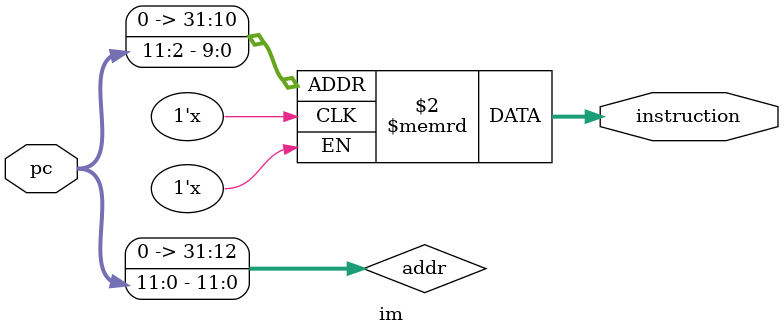
<source format=v>
module im(instruction,pc);



output reg[31:0] instruction;

input [31:0] pc;


reg [31:0] ins_memory[1023:0]; //4k指令存储器

// 取指令时只取pc的低12位作为地址
reg [31:0] addr;
always @(*)
begin
addr = pc[11:0];
// 将指令存储器中对应地址的指令输出
instruction = ins_memory[addr>>2];
end 
endmodule
</source>
